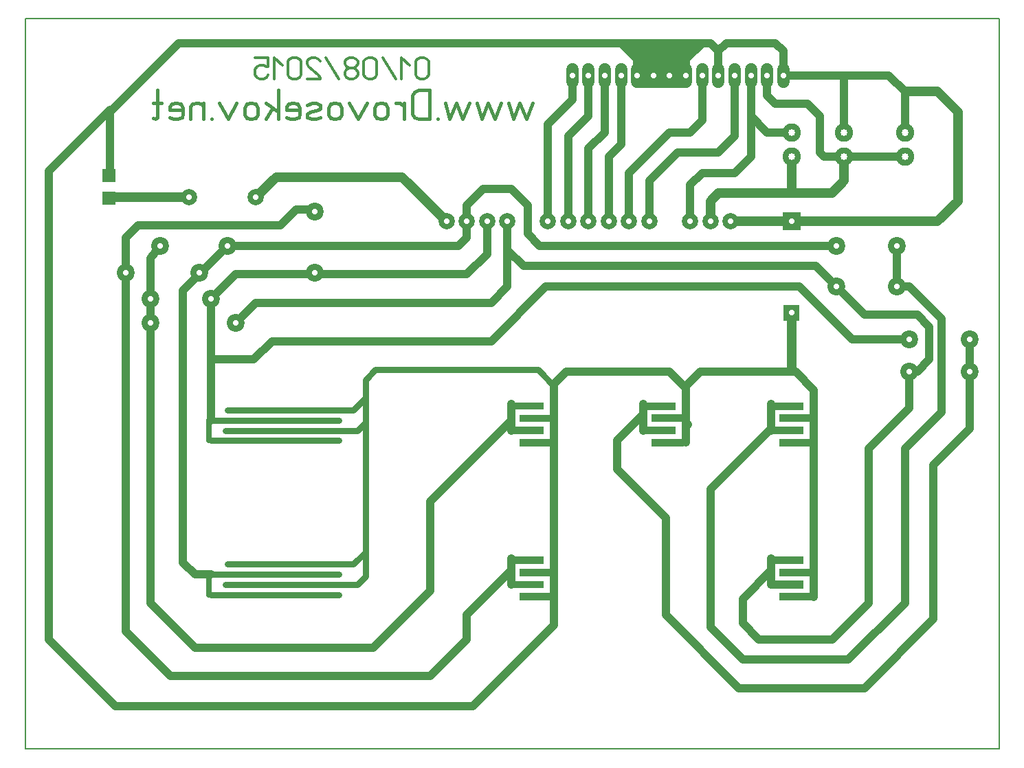
<source format=gbl>
%FSLAX32Y32*%
%MOMM*%
%LNKUPFERSEITE2*%
G71*
G01*
%ADD10C, 0.20*%
%ADD11C, 1.50*%
%ADD12C, 1.00*%
%ADD13C, 2.26*%
%ADD14C, 2.26*%
%ADD15C, 0.75*%
%ADD16C, 0.76*%
%ADD17C, 0.80*%
%ADD18C, 3.00*%
%ADD19C, 5.00*%
%ADD20C, 0.70*%
%ADD21C, 2.00*%
%ADD22C, 1.20*%
%ADD23C, 2.20*%
%ADD24C, 0.33*%
%ADD25C, 0.44*%
%ADD26C, 0.86*%
%ADD27C, 0.85*%
%ADD28C, 3.00*%
%ADD29C, 5.00*%
%LPD*%
G54D10*
X0Y0D02*
X12000Y0D01*
X12000Y9000D01*
X0Y9000D01*
X0Y0D01*
G54D11*
X9340Y8375D02*
X9340Y8225D01*
G54D11*
X9140Y8375D02*
X9140Y8225D01*
G54D11*
X8940Y8375D02*
X8940Y8225D01*
G54D11*
X8740Y8375D02*
X8740Y8225D01*
G54D11*
X8540Y8375D02*
X8540Y8225D01*
G54D11*
X8340Y8375D02*
X8340Y8225D01*
G54D11*
X8140Y8375D02*
X8140Y8225D01*
G54D11*
X7940Y8375D02*
X7940Y8225D01*
G54D11*
X7740Y8375D02*
X7740Y8225D01*
G54D11*
X7540Y8375D02*
X7540Y8225D01*
G54D11*
X7340Y8375D02*
X7340Y8225D01*
G54D11*
X7140Y8375D02*
X7140Y8225D01*
G54D11*
X6940Y8375D02*
X6940Y8225D01*
G54D11*
X6740Y8375D02*
X6740Y8225D01*
G54D12*
X9340Y8300D02*
X9340Y8600D01*
X9240Y8700D01*
X8640Y8700D01*
X8540Y8600D01*
X8540Y8300D01*
X10840Y7600D02*
G54D13*
D03*
X10840Y7300D02*
G54D14*
D03*
G54D12*
X10840Y7600D02*
X10840Y8100D01*
X10640Y8300D01*
X9340Y8300D01*
G54D12*
X8540Y8500D02*
X8540Y8600D01*
X8440Y8700D01*
X1890Y8700D01*
X1040Y7850D01*
X1040Y7100D01*
X10090Y7600D02*
G54D14*
D03*
X10090Y7300D02*
G54D14*
D03*
G54D12*
X10090Y7650D02*
X10090Y8300D01*
X9440Y7600D02*
G54D14*
D03*
X9440Y7300D02*
G54D14*
D03*
G54D12*
X9140Y8300D02*
X9140Y8050D01*
X9240Y7950D01*
X9640Y7950D01*
X9790Y7800D01*
X9790Y7350D01*
X9840Y7300D01*
X10840Y7300D01*
G54D12*
X9440Y7600D02*
X9140Y7600D01*
X8940Y7800D01*
X8940Y8300D01*
G36*
X9588Y4272D02*
X9588Y4178D01*
X9192Y4178D01*
X9192Y4272D01*
X9588Y4272D01*
G37*
G36*
X9688Y4122D02*
X9688Y4028D01*
X9292Y4028D01*
X9292Y4122D01*
X9688Y4122D01*
G37*
G36*
X9588Y3972D02*
X9588Y3878D01*
X9192Y3878D01*
X9192Y3972D01*
X9588Y3972D01*
G37*
G36*
X9688Y3822D02*
X9688Y3728D01*
X9292Y3728D01*
X9292Y3822D01*
X9688Y3822D01*
G37*
G54D12*
X9715Y3775D02*
X9715Y4075D01*
G54D12*
X9190Y3925D02*
X9190Y4250D01*
G36*
X8013Y4272D02*
X8013Y4178D01*
X7617Y4178D01*
X7617Y4272D01*
X8013Y4272D01*
G37*
G36*
X8113Y4122D02*
X8113Y4028D01*
X7717Y4028D01*
X7717Y4122D01*
X8113Y4122D01*
G37*
G36*
X8013Y3972D02*
X8013Y3878D01*
X7617Y3878D01*
X7617Y3972D01*
X8013Y3972D01*
G37*
G36*
X8113Y3822D02*
X8113Y3728D01*
X7717Y3728D01*
X7717Y3822D01*
X8113Y3822D01*
G37*
G54D12*
X8140Y3775D02*
X8140Y4075D01*
G54D12*
X7615Y3925D02*
X7615Y4250D01*
G36*
X6388Y4270D02*
X6388Y4180D01*
X5992Y4180D01*
X5992Y4270D01*
X6388Y4270D01*
G37*
G36*
X6488Y4120D02*
X6488Y4030D01*
X6092Y4030D01*
X6092Y4120D01*
X6488Y4120D01*
G37*
G36*
X6388Y3970D02*
X6388Y3880D01*
X5992Y3880D01*
X5992Y3970D01*
X6388Y3970D01*
G37*
G36*
X6488Y3820D02*
X6488Y3730D01*
X6092Y3730D01*
X6092Y3820D01*
X6488Y3820D01*
G37*
G54D12*
X6515Y3775D02*
X6515Y4075D01*
G54D12*
X5990Y3925D02*
X5990Y4250D01*
G36*
X9588Y2372D02*
X9588Y2278D01*
X9192Y2278D01*
X9192Y2372D01*
X9588Y2372D01*
G37*
G36*
X9688Y2222D02*
X9688Y2128D01*
X9292Y2128D01*
X9292Y2222D01*
X9688Y2222D01*
G37*
G36*
X9588Y2072D02*
X9588Y1978D01*
X9192Y1978D01*
X9192Y2072D01*
X9588Y2072D01*
G37*
G36*
X9688Y1922D02*
X9688Y1828D01*
X9292Y1828D01*
X9292Y1922D01*
X9688Y1922D01*
G37*
G54D12*
X9715Y1875D02*
X9715Y2175D01*
G54D12*
X9190Y2025D02*
X9190Y2350D01*
G36*
X6388Y2370D02*
X6388Y2280D01*
X5992Y2280D01*
X5992Y2370D01*
X6388Y2370D01*
G37*
G36*
X6488Y2220D02*
X6488Y2130D01*
X6092Y2130D01*
X6092Y2220D01*
X6488Y2220D01*
G37*
G36*
X6388Y2070D02*
X6388Y1980D01*
X5992Y1980D01*
X5992Y2070D01*
X6388Y2070D01*
G37*
G36*
X6488Y1920D02*
X6488Y1830D01*
X6092Y1830D01*
X6092Y1920D01*
X6488Y1920D01*
G37*
G54D12*
X6515Y1875D02*
X6515Y2175D01*
G54D12*
X5990Y2025D02*
X5990Y2350D01*
G54D12*
X9715Y2175D02*
X9715Y3775D01*
X9715Y4425D01*
X9490Y4650D01*
X8315Y4650D01*
X8140Y4475D01*
X8140Y4025D01*
X8165Y4000D01*
G54D12*
X8140Y4450D02*
X7940Y4650D01*
X6665Y4650D01*
X6515Y4500D01*
X6515Y2025D01*
G54D15*
X2490Y4175D02*
X3890Y4175D01*
G54D15*
X3865Y4050D02*
X2265Y4050D01*
G54D15*
X2465Y3925D02*
X3928Y3925D01*
G54D15*
X3865Y3800D02*
X2290Y3800D01*
G54D15*
X2490Y2275D02*
X3890Y2275D01*
G54D15*
X3865Y2150D02*
X2265Y2150D01*
G54D15*
X2465Y2025D02*
X3928Y2025D01*
G54D16*
X3865Y1900D02*
X2290Y1900D01*
G54D17*
X4190Y4025D02*
X4190Y2650D01*
X4190Y2425D01*
G54D17*
X4190Y4375D02*
X4190Y4025D01*
G54D17*
X6515Y4475D02*
X6315Y4675D01*
X4315Y4675D01*
X4190Y4550D01*
X4190Y4325D01*
X11440Y5700D02*
G54D18*
D03*
X8340Y500D02*
G54D18*
D03*
X840Y3400D02*
G54D19*
D03*
X440Y8500D02*
G54D18*
D03*
G54D20*
X2265Y4050D02*
X2265Y3800D01*
G54D20*
X2265Y2150D02*
X2265Y1900D01*
X8690Y6500D02*
G54D21*
D03*
X8440Y6500D02*
G54D21*
D03*
X8190Y6500D02*
G54D21*
D03*
X7690Y6500D02*
G54D21*
D03*
X7440Y6500D02*
G54D21*
D03*
X7190Y6500D02*
G54D21*
D03*
X6940Y6500D02*
G54D21*
D03*
X6690Y6500D02*
G54D21*
D03*
X6440Y6500D02*
G54D21*
D03*
X5940Y6500D02*
G54D21*
D03*
X5690Y6500D02*
G54D21*
D03*
X5440Y6500D02*
G54D21*
D03*
X5190Y6500D02*
G54D21*
D03*
G54D22*
X8690Y6500D02*
X11240Y6500D01*
X11490Y6750D01*
X11490Y7850D01*
X11240Y8100D01*
X10840Y8100D01*
G54D22*
X10090Y7300D02*
X10090Y7000D01*
X9940Y6850D01*
X8540Y6850D01*
X8440Y6750D01*
X8440Y6550D01*
G54D22*
X9440Y7300D02*
X9440Y6850D01*
G54D12*
X8190Y6500D02*
X8190Y6950D01*
X8340Y7100D01*
X8740Y7100D01*
X8940Y7300D01*
X8940Y8300D01*
G54D12*
X7690Y6500D02*
X7690Y7000D01*
X8040Y7350D01*
X8540Y7350D01*
X8740Y7550D01*
X8740Y8300D01*
G54D12*
X7440Y6500D02*
X7440Y7100D01*
X7940Y7600D01*
X8190Y7600D01*
X8340Y7750D01*
X8340Y8300D01*
G54D12*
X7190Y6500D02*
X7190Y7300D01*
X7340Y7450D01*
X7340Y8300D01*
G54D12*
X6940Y6500D02*
X6940Y7400D01*
X7140Y7600D01*
X7140Y8300D01*
G54D12*
X6690Y6500D02*
X6690Y7550D01*
X6940Y7800D01*
X6940Y8300D01*
G54D12*
X6440Y6500D02*
X6440Y7700D01*
X6740Y8000D01*
X6740Y8250D01*
X2015Y6800D02*
G54D21*
D03*
X2840Y6800D02*
G54D21*
D03*
G54D22*
X1990Y6800D02*
X1040Y6800D01*
G54D22*
X2840Y6800D02*
X3090Y7050D01*
X4640Y7050D01*
X5190Y6500D01*
G54D12*
X2290Y4050D02*
X2290Y5550D01*
X2590Y5850D01*
X5440Y5850D01*
X5690Y6100D01*
X5690Y6450D01*
G54D12*
X2290Y2150D02*
X2090Y2150D01*
X1940Y2300D01*
X1940Y5650D01*
X2490Y6200D01*
X5340Y6200D01*
X5440Y6300D01*
X5440Y6500D01*
X10890Y4650D02*
G54D23*
D03*
X11640Y4650D02*
G54D23*
D03*
X11640Y5050D02*
G54D23*
D03*
X10890Y5050D02*
G54D23*
D03*
G54D12*
X11640Y5050D02*
X11640Y4650D01*
X9990Y5700D02*
G54D23*
D03*
X10740Y5700D02*
G54D23*
D03*
X9990Y6200D02*
G54D23*
D03*
X10740Y6200D02*
G54D23*
D03*
G54D12*
X10740Y5700D02*
X10740Y6200D01*
G54D12*
X9990Y6200D02*
X6340Y6200D01*
X6190Y6350D01*
X6190Y6700D01*
X5990Y6900D01*
X5640Y6900D01*
X5440Y6700D01*
X5440Y6500D01*
G54D12*
X5940Y6500D02*
X5940Y6150D01*
X6140Y5950D01*
X9740Y5950D01*
X9990Y5700D01*
G54D12*
X9990Y5700D02*
X10340Y5350D01*
X10990Y5350D01*
X11140Y5200D01*
X11140Y4800D01*
X10990Y4650D01*
G54D12*
X10890Y4650D02*
X10890Y4200D01*
X10390Y3700D01*
X10390Y1800D01*
X9940Y1350D01*
X9040Y1350D01*
X8840Y1550D01*
X8840Y1850D01*
X9190Y2200D01*
G54D12*
X10740Y5700D02*
X10890Y5700D01*
X11290Y5300D01*
X11290Y4150D01*
X10840Y3700D01*
X10840Y1800D01*
X10140Y1100D01*
X8840Y1100D01*
X8440Y1500D01*
X8440Y3200D01*
X9190Y3950D01*
G54D12*
X11640Y4650D02*
X11640Y3950D01*
X11190Y3500D01*
X11190Y1600D01*
X10340Y750D01*
X8790Y750D01*
X7890Y1650D01*
X7890Y2850D01*
X7290Y3450D01*
X7290Y3800D01*
X7590Y4100D01*
X2491Y6197D02*
G54D23*
D03*
X1666Y6197D02*
G54D23*
D03*
X2291Y5547D02*
G54D23*
D03*
X1541Y5547D02*
G54D23*
D03*
X2591Y5247D02*
G54D23*
D03*
X1541Y5247D02*
G54D23*
D03*
G54D12*
X2590Y5250D02*
X2840Y5500D01*
X5740Y5500D01*
X5940Y5700D01*
X5940Y6250D01*
G54D12*
X1665Y6200D02*
X1540Y6050D01*
X1540Y1800D01*
X2090Y1250D01*
X4290Y1250D01*
X4990Y1950D01*
X4990Y3050D01*
X5990Y4050D01*
X2141Y5872D02*
G54D23*
D03*
X1241Y5872D02*
G54D23*
D03*
X3567Y5871D02*
G54D23*
D03*
X3567Y6621D02*
G54D23*
D03*
G54D12*
X3590Y6650D02*
X3340Y6650D01*
X3140Y6450D01*
X1390Y6450D01*
X1240Y6300D01*
X1240Y1450D01*
X1790Y900D01*
X4990Y900D01*
X5440Y1350D01*
X5440Y1650D01*
X5990Y2200D01*
G54D12*
X6515Y1900D02*
X6515Y1525D01*
X5515Y525D01*
X1115Y525D01*
X290Y1350D01*
X290Y7125D01*
X1040Y7875D01*
G36*
X9550Y6390D02*
X9330Y6390D01*
X9330Y6610D01*
X9550Y6610D01*
X9550Y6390D01*
G37*
G54D22*
X9440Y5375D02*
X9440Y4675D01*
G54D24*
X4810Y8473D02*
X4810Y8306D01*
X4830Y8273D01*
X4870Y8256D01*
X4910Y8256D01*
X4950Y8273D01*
X4970Y8306D01*
X4970Y8473D01*
X4950Y8506D01*
X4910Y8523D01*
X4870Y8523D01*
X4830Y8506D01*
X4810Y8473D01*
G54D24*
X4736Y8423D02*
X4636Y8523D01*
X4636Y8256D01*
G54D24*
X4564Y8256D02*
X4404Y8523D01*
G54D24*
X4170Y8473D02*
X4170Y8306D01*
X4190Y8273D01*
X4230Y8256D01*
X4270Y8256D01*
X4310Y8273D01*
X4330Y8306D01*
X4330Y8473D01*
X4310Y8506D01*
X4270Y8523D01*
X4230Y8523D01*
X4190Y8506D01*
X4170Y8473D01*
G54D24*
X3998Y8389D02*
X4038Y8389D01*
X4078Y8406D01*
X4098Y8439D01*
X4098Y8473D01*
X4078Y8506D01*
X4038Y8523D01*
X3998Y8523D01*
X3958Y8506D01*
X3938Y8473D01*
X3938Y8439D01*
X3958Y8406D01*
X3998Y8389D01*
X3958Y8373D01*
X3938Y8339D01*
X3938Y8306D01*
X3958Y8273D01*
X3998Y8256D01*
X4038Y8256D01*
X4078Y8273D01*
X4098Y8306D01*
X4098Y8339D01*
X4078Y8373D01*
X4038Y8389D01*
G54D24*
X3864Y8256D02*
X3704Y8523D01*
G54D24*
X3472Y8256D02*
X3632Y8256D01*
X3632Y8273D01*
X3612Y8306D01*
X3492Y8406D01*
X3472Y8439D01*
X3472Y8473D01*
X3492Y8506D01*
X3532Y8523D01*
X3572Y8523D01*
X3612Y8506D01*
X3632Y8473D01*
G54D24*
X3238Y8473D02*
X3238Y8306D01*
X3258Y8273D01*
X3298Y8256D01*
X3338Y8256D01*
X3378Y8273D01*
X3398Y8306D01*
X3398Y8473D01*
X3378Y8506D01*
X3338Y8523D01*
X3298Y8523D01*
X3258Y8506D01*
X3238Y8473D01*
G54D24*
X3166Y8423D02*
X3066Y8523D01*
X3066Y8256D01*
G54D24*
X2832Y8523D02*
X2992Y8523D01*
X2992Y8406D01*
X2972Y8406D01*
X2932Y8423D01*
X2892Y8423D01*
X2852Y8406D01*
X2832Y8373D01*
X2832Y8306D01*
X2852Y8273D01*
X2892Y8256D01*
X2932Y8256D01*
X2972Y8273D01*
X2992Y8306D01*
G54D25*
X6252Y7962D02*
X6172Y7762D01*
X6092Y7962D01*
X6012Y7762D01*
X5959Y7962D01*
G54D25*
X5862Y7962D02*
X5782Y7762D01*
X5702Y7962D01*
X5622Y7762D01*
X5568Y7962D01*
G54D25*
X5470Y7962D02*
X5390Y7762D01*
X5310Y7962D01*
X5230Y7762D01*
X5177Y7962D01*
G54D25*
X5080Y7762D02*
X5080Y7762D01*
G54D25*
X4982Y7762D02*
X4982Y8117D01*
X4848Y8117D01*
X4795Y8095D01*
X4768Y8050D01*
X4768Y7828D01*
X4795Y7784D01*
X4848Y7762D01*
X4982Y7762D01*
G54D25*
X4670Y7762D02*
X4670Y7962D01*
G54D25*
X4670Y7917D02*
X4617Y7962D01*
X4564Y7962D01*
G54D25*
X4306Y7815D02*
X4306Y7904D01*
X4332Y7948D01*
X4386Y7962D01*
X4439Y7948D01*
X4466Y7904D01*
X4466Y7815D01*
X4439Y7770D01*
X4386Y7762D01*
X4332Y7770D01*
X4306Y7815D01*
G54D25*
X4208Y7962D02*
X4101Y7762D01*
X3994Y7962D01*
G54D25*
X3736Y7815D02*
X3736Y7904D01*
X3763Y7948D01*
X3816Y7962D01*
X3870Y7948D01*
X3896Y7904D01*
X3896Y7815D01*
X3870Y7770D01*
X3816Y7762D01*
X3763Y7770D01*
X3736Y7815D01*
G54D25*
X3638Y7784D02*
X3585Y7762D01*
X3532Y7762D01*
X3478Y7784D01*
X3478Y7828D01*
X3505Y7850D01*
X3612Y7873D01*
X3638Y7895D01*
X3638Y7939D01*
X3585Y7962D01*
X3532Y7962D01*
X3478Y7939D01*
G54D25*
X3220Y7784D02*
X3263Y7762D01*
X3316Y7762D01*
X3370Y7784D01*
X3380Y7828D01*
X3380Y7904D01*
X3354Y7948D01*
X3300Y7962D01*
X3247Y7948D01*
X3220Y7917D01*
X3220Y7873D01*
X3380Y7873D01*
G54D25*
X3122Y7762D02*
X3122Y8117D01*
G54D25*
X3042Y7895D02*
X2962Y7762D01*
G54D25*
X3122Y7850D02*
X2962Y7962D01*
G54D25*
X2704Y7815D02*
X2704Y7904D01*
X2731Y7948D01*
X2784Y7962D01*
X2838Y7948D01*
X2864Y7904D01*
X2864Y7815D01*
X2838Y7770D01*
X2784Y7762D01*
X2731Y7770D01*
X2704Y7815D01*
G54D25*
X2606Y7962D02*
X2500Y7762D01*
X2393Y7962D01*
G54D25*
X2296Y7762D02*
X2296Y7762D01*
G54D25*
X2198Y7762D02*
X2198Y7962D01*
G54D25*
X2198Y7917D02*
X2171Y7948D01*
X2118Y7962D01*
X2064Y7948D01*
X2038Y7917D01*
X2038Y7762D01*
G54D25*
X1780Y7784D02*
X1822Y7762D01*
X1876Y7762D01*
X1929Y7784D01*
X1940Y7828D01*
X1940Y7904D01*
X1913Y7948D01*
X1860Y7962D01*
X1806Y7948D01*
X1780Y7917D01*
X1780Y7873D01*
X1940Y7873D01*
G54D25*
X1628Y8117D02*
X1628Y7784D01*
X1602Y7762D01*
X1575Y7770D01*
G54D25*
X1682Y7962D02*
X1575Y7962D01*
G36*
X950Y6705D02*
X950Y6865D01*
X1110Y6865D01*
X1110Y6705D01*
X950Y6705D01*
G37*
G36*
X950Y6985D02*
X950Y7145D01*
X1110Y7145D01*
X1110Y6985D01*
X950Y6985D01*
G37*
G54D12*
X10890Y5050D02*
X10190Y5050D01*
X9540Y5700D01*
X6415Y5700D01*
X5740Y5025D01*
X3040Y5025D01*
X2815Y4800D01*
X2290Y4800D01*
G36*
X9540Y5275D02*
X9340Y5275D01*
X9340Y5475D01*
X9540Y5475D01*
X9540Y5275D01*
G37*
G36*
X8140Y8200D02*
X7540Y8200D01*
X7540Y8500D01*
X7340Y8700D01*
X8340Y8700D01*
X8140Y8500D01*
X8140Y8200D01*
G37*
G54D12*
X8140Y8200D02*
X7540Y8200D01*
X7540Y8500D01*
X7340Y8700D01*
X8340Y8700D01*
X8140Y8500D01*
X8140Y8200D01*
G54D15*
X4190Y2425D02*
X4040Y2275D01*
X3890Y2275D01*
G54D15*
X4190Y2475D02*
X4190Y2125D01*
X4090Y2025D01*
X3928Y2025D01*
G54D15*
X4190Y4025D02*
X4090Y3925D01*
X3928Y3925D01*
G54D15*
X4190Y4325D02*
X4040Y4175D01*
X3890Y4175D01*
%LNAUGENFREISTANZEN*%
%LPC*%
X9340Y8300D02*
G54D20*
D03*
X9140Y8300D02*
G54D20*
D03*
X8940Y8300D02*
G54D20*
D03*
X8740Y8300D02*
G54D20*
D03*
X8540Y8300D02*
G54D20*
D03*
X8340Y8300D02*
G54D20*
D03*
X8140Y8300D02*
G54D20*
D03*
X7940Y8300D02*
G54D20*
D03*
X7740Y8300D02*
G54D20*
D03*
X7540Y8300D02*
G54D20*
D03*
X7340Y8300D02*
G54D20*
D03*
X7140Y8300D02*
G54D20*
D03*
X6940Y8300D02*
G54D20*
D03*
X6740Y8300D02*
G54D20*
D03*
X10840Y7600D02*
G54D26*
D03*
X10840Y7300D02*
G54D27*
D03*
X10090Y7600D02*
G54D27*
D03*
X10090Y7300D02*
G54D27*
D03*
X9440Y7600D02*
G54D27*
D03*
X9440Y7300D02*
G54D27*
D03*
X11440Y5700D02*
G54D28*
D03*
X8340Y500D02*
G54D28*
D03*
X840Y3400D02*
G54D29*
D03*
X440Y8500D02*
G54D28*
D03*
X8690Y6500D02*
G54D20*
D03*
X8440Y6500D02*
G54D20*
D03*
X8190Y6500D02*
G54D20*
D03*
X7690Y6500D02*
G54D20*
D03*
X7440Y6500D02*
G54D20*
D03*
X7190Y6500D02*
G54D20*
D03*
X6940Y6500D02*
G54D20*
D03*
X6690Y6500D02*
G54D20*
D03*
X6440Y6500D02*
G54D20*
D03*
X5940Y6500D02*
G54D20*
D03*
X5690Y6500D02*
G54D20*
D03*
X5440Y6500D02*
G54D20*
D03*
X5190Y6500D02*
G54D20*
D03*
X2015Y6800D02*
G54D20*
D03*
X2840Y6800D02*
G54D20*
D03*
X10890Y4650D02*
G54D20*
D03*
X11640Y4650D02*
G54D20*
D03*
X11640Y5050D02*
G54D20*
D03*
X10890Y5050D02*
G54D20*
D03*
X9990Y5700D02*
G54D20*
D03*
X10740Y5700D02*
G54D20*
D03*
X9990Y6200D02*
G54D20*
D03*
X10740Y6200D02*
G54D20*
D03*
X2491Y6197D02*
G54D20*
D03*
X1666Y6197D02*
G54D20*
D03*
X2291Y5547D02*
G54D20*
D03*
X1541Y5547D02*
G54D20*
D03*
X2591Y5247D02*
G54D20*
D03*
X1541Y5247D02*
G54D20*
D03*
X2141Y5872D02*
G54D20*
D03*
X1241Y5872D02*
G54D20*
D03*
X3567Y5871D02*
G54D20*
D03*
X3567Y6621D02*
G54D20*
D03*
X9440Y6500D02*
G54D20*
D03*
X9440Y5375D02*
G54D20*
D03*
M02*

</source>
